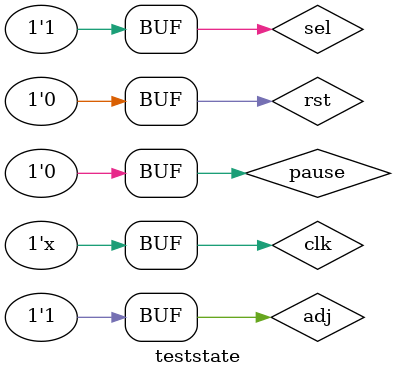
<source format=v>
`timescale 1ns / 1ps


module teststate;

	// Inputs
	reg clk;
	reg sel;
	reg rst;
	reg adj;
	reg pause;

	// Outputs
	wire clkout500Hz;
	wire [3:0] sec_1;
	wire [3:0] sec_2;
	wire [3:0] min_1;
	wire [3:0] min_2;
	wire clkoutadj;

	// Instantiate the Unit Under Test (UUT)
	fsm uut (
		.clk(clk), 
		.sel(sel), 
		.rst(rst), 
		.adj(adj), 
		.pause(pause), 
		.clkout500Hz(clkout500Hz), 
		.sec_1(sec_1), 
		.sec_2(sec_2), 
		.min_1(min_1), 
		.min_2(min_2), 
		.clkoutadj(clkoutadj)
	);

	initial begin
		// Initialize Inputs
		clk = 0;
		sel = 0;
		rst = 0;
		adj = 0;
		pause = 0;

		// Wait 100 ns for global reset to finish
		#100;
       
		// Add stimulus here
		adj = 1;
		sel = 1;
	end
      always #5 clk = ~clk;
endmodule


</source>
